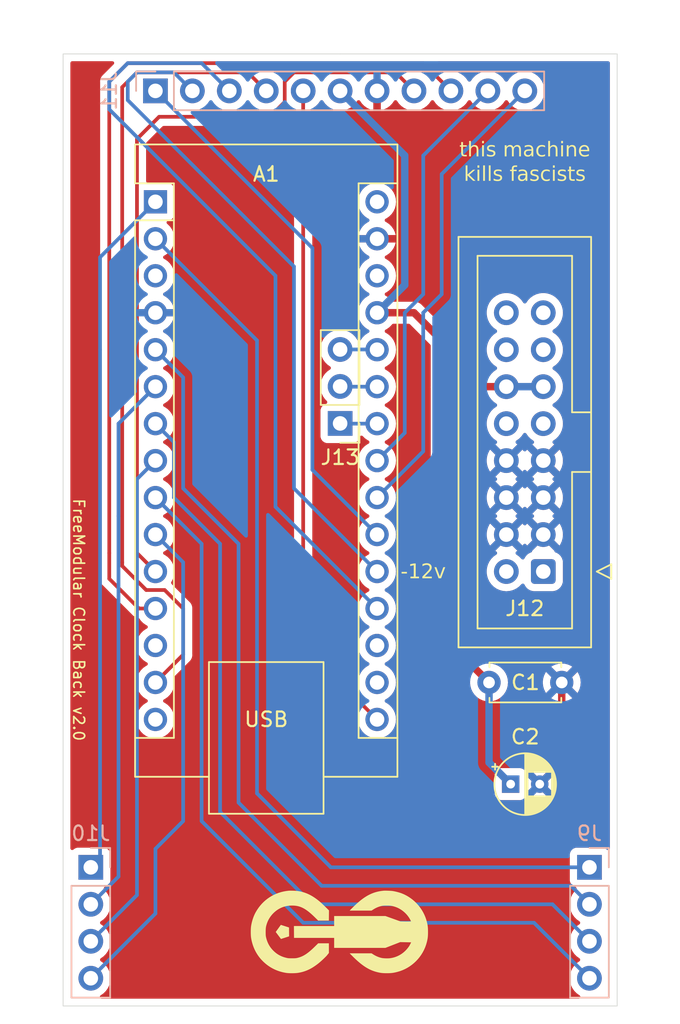
<source format=kicad_pcb>
(kicad_pcb (version 20221018) (generator pcbnew)
  (title_block (title "Clock Back") (date "2023-11-15") (rev "v2.0") (company "Free Modular"))
  (layers (0 "F.Cu" signal) (31 "B.Cu" signal) (34 "B.Paste" user) (35 "F.Paste" user) (36 "B.SilkS" user "B.Silkscreen") (37 "F.SilkS" user "F.Silkscreen") (38 "B.Mask" user) (39 "F.Mask" user) (44 "Edge.Cuts" user))
  (net 0 "")
  (net 2 "GND")
  (net 3 "ENCODER_A")
  (net 4 "ENCODER_B")
  (net 6 "SPI_SDA")
  (net 8 "SPI_SCK")
  (net 11 "RESET")
  (net 12 "SPI_DC")
  (net 13 "SPI_CS")
  (net 14 "PAUSE_BTN")
  (net 15 "ENCODER_SWITCH")
  (net 16 "+5V")
  (net 19 "OUT_2")
  (net 20 "OUT_1")
  (net 21 "OUT_3")
  (net 22 "OUT_4")
  (net 23 "OUT_5")
  (net 24 "OUT_6")
  (net 25 "OUT_7")
  (net 26 "OUT_8")
  (net 33 "Net-(A1-A5)")
  (net 34 "Net-(A1-A6)")
  (net 35 "Net-(A1-A7)")
  (footprint "Connector_IDC:IDC-Header_2x08_P2.54mm_Vertical" (layer "F.Cu") (at 58.42 97.79 180)
    (fp_text reference "J12" (at 1.27 -2.54) (layer "F.SilkS"))
    (fp_text value "Eurorack_2x8_Power")
    (fp_line (start -4.68 -0.5) (end -4.68 0.5) (stroke (width 0.12)) (layer "F.SilkS"))
    (fp_line (start -4.68 0.5) (end -3.68 0) (stroke (width 0.12)) (layer "F.SilkS"))
    (fp_line (start -3.68 0) (end -4.68 -0.5) (stroke (width 0.12)) (layer "F.SilkS"))
    (fp_line (start -3.29 -5.21) (end 5.83 -5.21) (stroke (width 0.12)) (layer "F.SilkS"))
    (fp_line (start -3.29 6.84) (end -1.98 6.84) (stroke (width 0.12)) (layer "F.SilkS"))
    (fp_line (start -3.29 22.99) (end -3.29 -5.21) (stroke (width 0.12)) (layer "F.SilkS"))
    (fp_line (start -1.98 -3.91) (end 4.52 -3.91) (stroke (width 0.12)) (layer "F.SilkS"))
    (fp_line (start -1.98 6.84) (end -1.98 -3.91) (stroke (width 0.12)) (layer "F.SilkS"))
    (fp_line (start -1.98 10.94) (end -3.29 10.94) (stroke (width 0.12)) (layer "F.SilkS"))
    (fp_line (start -1.98 10.94) (end -1.98 10.94) (stroke (width 0.12)) (layer "F.SilkS"))
    (fp_line (start -1.98 21.69) (end -1.98 10.94) (stroke (width 0.12)) (layer "F.SilkS"))
    (fp_line (start 4.52 -3.91) (end 4.52 21.69) (stroke (width 0.12)) (layer "F.SilkS"))
    (fp_line (start 4.52 21.69) (end -1.98 21.69) (stroke (width 0.12)) (layer "F.SilkS"))
    (fp_line (start 5.83 -5.21) (end 5.83 22.99) (stroke (width 0.12)) (layer "F.SilkS"))
    (fp_line (start 5.83 22.99) (end -3.29 22.99) (stroke (width 0.12)) (layer "F.SilkS"))
    (pad "1" thru_hole roundrect (at 0 0 180) (size 1.7 1.7) (drill 1) (layers "*.Cu" "*.Mask") (roundrect_rratio 0.147059))
    (pad "2" thru_hole circle (at 2.54 0 180) (size 1.7 1.7) (drill 1) (layers "*.Cu" "*.Mask"))
    (pad "3" thru_hole circle (at 0 2.54 180) (size 1.7 1.7) (drill 1) (layers "*.Cu" "*.Mask") (net 2 "GND"))
    (pad "4" thru_hole circle (at 2.54 2.54 180) (size 1.7 1.7) (drill 1) (layers "*.Cu" "*.Mask") (net 2 "GND"))
    (pad "5" thru_hole circle (at 0 5.08 180) (size 1.7 1.7) (drill 1) (layers "*.Cu" "*.Mask") (net 2 "GND"))
    (pad "6" thru_hole circle (at 2.54 5.08 180) (size 1.7 1.7) (drill 1) (layers "*.Cu" "*.Mask") (net 2 "GND"))
    (pad "7" thru_hole circle (at 0 7.62 180) (size 1.7 1.7) (drill 1) (layers "*.Cu" "*.Mask") (net 2 "GND"))
    (pad "8" thru_hole circle (at 2.54 7.62 180) (size 1.7 1.7) (drill 1) (layers "*.Cu" "*.Mask") (net 2 "GND"))
    (pad "9" thru_hole circle (at 0 10.16 180) (size 1.7 1.7) (drill 1) (layers "*.Cu" "*.Mask"))
    (pad "10" thru_hole circle (at 2.54 10.16 180) (size 1.7 1.7) (drill 1) (layers "*.Cu" "*.Mask"))
    (pad "11" thru_hole circle (at 0 12.7 180) (size 1.7 1.7) (drill 1) (layers "*.Cu" "*.Mask") (net 16 "+5V"))
    (pad "12" thru_hole circle (at 2.54 12.7 180) (size 1.7 1.7) (drill 1) (layers "*.Cu" "*.Mask") (net 16 "+5V"))
    (pad "13" thru_hole circle (at 0 15.24 180) (size 1.7 1.7) (drill 1) (layers "*.Cu" "*.Mask"))
    (pad "14" thru_hole circle (at 2.54 15.24 180) (size 1.7 1.7) (drill 1) (layers "*.Cu" "*.Mask"))
    (pad "15" thru_hole circle (at 0 17.78 180) (size 1.7 1.7) (drill 1) (layers "*.Cu" "*.Mask"))
    (pad "16" thru_hole circle (at 2.54 17.78 180) (size 1.7 1.7) (drill 1) (layers "*.Cu" "*.Mask"))
  )
  (footprint "Capacitor_THT:CP_Radial_D4.0mm_P2.00mm" (layer "F.Cu") (at 56.177401 112.395)
    (fp_text reference "C2" (at 1 -3.25) (layer "F.SilkS"))
    (fp_text value "10uF")
    (fp_line (start -1.269801 -1.195) (end -0.869801 -1.195) (stroke (width 0.12)) (layer "F.SilkS"))
    (fp_line (start -1.069801 -1.395) (end -1.069801 -0.995) (stroke (width 0.12)) (layer "F.SilkS"))
    (fp_line (start 1 -2.08) (end 1 2.08) (stroke (width 0.12)) (layer "F.SilkS"))
    (fp_line (start 1.04 -2.08) (end 1.04 2.08) (stroke (width 0.12)) (layer "F.SilkS"))
    (fp_line (start 1.08 -2.079) (end 1.08 2.079) (stroke (width 0.12)) (layer "F.SilkS"))
    (fp_line (start 1.12 -2.077) (end 1.12 2.077) (stroke (width 0.12)) (layer "F.SilkS"))
    (fp_line (start 1.16 -2.074) (end 1.16 2.074) (stroke (width 0.12)) (layer "F.SilkS"))
    (fp_line (start 1.2 -2.071) (end 1.2 -0.84) (stroke (width 0.12)) (layer "F.SilkS"))
    (fp_line (start 1.2 0.84) (end 1.2 2.071) (stroke (width 0.12)) (layer "F.SilkS"))
    (fp_line (start 1.24 -2.067) (end 1.24 -0.84) (stroke (width 0.12)) (layer "F.SilkS"))
    (fp_line (start 1.24 0.84) (end 1.24 2.067) (stroke (width 0.12)) (layer "F.SilkS"))
    (fp_line (start 1.28 -2.062) (end 1.28 -0.84) (stroke (width 0.12)) (layer "F.SilkS"))
    (fp_line (start 1.28 0.84) (end 1.28 2.062) (stroke (width 0.12)) (layer "F.SilkS"))
    (fp_line (start 1.32 -2.056) (end 1.32 -0.84) (stroke (width 0.12)) (layer "F.SilkS"))
    (fp_line (start 1.32 0.84) (end 1.32 2.056) (stroke (width 0.12)) (layer "F.SilkS"))
    (fp_line (start 1.36 -2.05) (end 1.36 -0.84) (stroke (width 0.12)) (layer "F.SilkS"))
    (fp_line (start 1.36 0.84) (end 1.36 2.05) (stroke (width 0.12)) (layer "F.SilkS"))
    (fp_line (start 1.4 -2.042) (end 1.4 -0.84) (stroke (width 0.12)) (layer "F.SilkS"))
    (fp_line (start 1.4 0.84) (end 1.4 2.042) (stroke (width 0.12)) (layer "F.SilkS"))
    (fp_line (start 1.44 -2.034) (end 1.44 -0.84) (stroke (width 0.12)) (layer "F.SilkS"))
    (fp_line (start 1.44 0.84) (end 1.44 2.034) (stroke (width 0.12)) (layer "F.SilkS"))
    (fp_line (start 1.48 -2.025) (end 1.48 -0.84) (stroke (width 0.12)) (layer "F.SilkS"))
    (fp_line (start 1.48 0.84) (end 1.48 2.025) (stroke (width 0.12)) (layer "F.SilkS"))
    (fp_line (start 1.52 -2.016) (end 1.52 -0.84) (stroke (width 0.12)) (layer "F.SilkS"))
    (fp_line (start 1.52 0.84) (end 1.52 2.016) (stroke (width 0.12)) (layer "F.SilkS"))
    (fp_line (start 1.56 -2.005) (end 1.56 -0.84) (stroke (width 0.12)) (layer "F.SilkS"))
    (fp_line (start 1.56 0.84) (end 1.56 2.005) (stroke (width 0.12)) (layer "F.SilkS"))
    (fp_line (start 1.6 -1.994) (end 1.6 -0.84) (stroke (width 0.12)) (layer "F.SilkS"))
    (fp_line (start 1.6 0.84) (end 1.6 1.994) (stroke (width 0.12)) (layer "F.SilkS"))
    (fp_line (start 1.64 -1.982) (end 1.64 -0.84) (stroke (width 0.12)) (layer "F.SilkS"))
    (fp_line (start 1.64 0.84) (end 1.64 1.982) (stroke (width 0.12)) (layer "F.SilkS"))
    (fp_line (start 1.68 -1.968) (end 1.68 -0.84) (stroke (width 0.12)) (layer "F.SilkS"))
    (fp_line (start 1.68 0.84) (end 1.68 1.968) (stroke (width 0.12)) (layer "F.SilkS"))
    (fp_line (start 1.721 -1.954) (end 1.721 -0.84) (stroke (width 0.12)) (layer "F.SilkS"))
    (fp_line (start 1.721 0.84) (end 1.721 1.954) (stroke (width 0.12)) (layer "F.SilkS"))
    (fp_line (start 1.761 -1.94) (end 1.761 -0.84) (stroke (width 0.12)) (layer "F.SilkS"))
    (fp_line (start 1.761 0.84) (end 1.761 1.94) (stroke (width 0.12)) (layer "F.SilkS"))
    (fp_line (start 1.801 -1.924) (end 1.801 -0.84) (stroke (width 0.12)) (layer "F.SilkS"))
    (fp_line (start 1.801 0.84) (end 1.801 1.924) (stroke (width 0.12)) (layer "F.SilkS"))
    (fp_line (start 1.841 -1.907) (end 1.841 -0.84) (stroke (width 0.12)) (layer "F.SilkS"))
    (fp_line (start 1.841 0.84) (end 1.841 1.907) (stroke (width 0.12)) (layer "F.SilkS"))
    (fp_line (start 1.881 -1.889) (end 1.881 -0.84) (stroke (width 0.12)) (layer "F.SilkS"))
    (fp_line (start 1.881 0.84) (end 1.881 1.889) (stroke (width 0.12)) (layer "F.SilkS"))
    (fp_line (start 1.921 -1.87) (end 1.921 -0.84) (stroke (width 0.12)) (layer "F.SilkS"))
    (fp_line (start 1.921 0.84) (end 1.921 1.87) (stroke (width 0.12)) (layer "F.SilkS"))
    (fp_line (start 1.961 -1.851) (end 1.961 -0.84) (stroke (width 0.12)) (layer "F.SilkS"))
    (fp_line (start 1.961 0.84) (end 1.961 1.851) (stroke (width 0.12)) (layer "F.SilkS"))
    (fp_line (start 2.001 -1.83) (end 2.001 -0.84) (stroke (width 0.12)) (layer "F.SilkS"))
    (fp_line (start 2.001 0.84) (end 2.001 1.83) (stroke (width 0.12)) (layer "F.SilkS"))
    (fp_line (start 2.041 -1.808) (end 2.041 -0.84) (stroke (width 0.12)) (layer "F.SilkS"))
    (fp_line (start 2.041 0.84) (end 2.041 1.808) (stroke (width 0.12)) (layer "F.SilkS"))
    (fp_line (start 2.081 -1.785) (end 2.081 -0.84) (stroke (width 0.12)) (layer "F.SilkS"))
    (fp_line (start 2.081 0.84) (end 2.081 1.785) (stroke (width 0.12)) (layer "F.SilkS"))
    (fp_line (start 2.121 -1.76) (end 2.121 -0.84) (stroke (width 0.12)) (layer "F.SilkS"))
    (fp_line (start 2.121 0.84) (end 2.121 1.76) (stroke (width 0.12)) (layer "F.SilkS"))
    (fp_line (start 2.161 -1.735) (end 2.161 -0.84) (stroke (width 0.12)) (layer "F.SilkS"))
    (fp_line (start 2.161 0.84) (end 2.161 1.735) (stroke (width 0.12)) (layer "F.SilkS"))
    (fp_line (start 2.201 -1.708) (end 2.201 -0.84) (stroke (width 0.12)) (layer "F.SilkS"))
    (fp_line (start 2.201 0.84) (end 2.201 1.708) (stroke (width 0.12)) (layer "F.SilkS"))
    (fp_line (start 2.241 -1.68) (end 2.241 -0.84) (stroke (width 0.12)) (layer "F.SilkS"))
    (fp_line (start 2.241 0.84) (end 2.241 1.68) (stroke (width 0.12)) (layer "F.SilkS"))
    (fp_line (start 2.281 -1.65) (end 2.281 -0.84) (stroke (width 0.12)) (layer "F.SilkS"))
    (fp_line (start 2.281 0.84) (end 2.281 1.65) (stroke (width 0.12)) (layer "F.SilkS"))
    (fp_line (start 2.321 -1.619) (end 2.321 -0.84) (stroke (width 0.12)) (layer "F.SilkS"))
    (fp_line (start 2.321 0.84) (end 2.321 1.619) (stroke (width 0.12)) (layer "F.SilkS"))
    (fp_line (start 2.361 -1.587) (end 2.361 -0.84) (stroke (width 0.12)) (layer "F.SilkS"))
    (fp_line (start 2.361 0.84) (end 2.361 1.587) (stroke (width 0.12)) (layer "F.SilkS"))
    (fp_line (start 2.401 -1.552) (end 2.401 -0.84) (stroke (width 0.12)) (layer "F.SilkS"))
    (fp_line (start 2.401 0.84) (end 2.401 1.552) (stroke (width 0.12)) (layer "F.SilkS"))
    (fp_line (start 2.441 -1.516) (end 2.441 -0.84) (stroke (width 0.12)) (layer "F.SilkS"))
    (fp_line (start 2.441 0.84) (end 2.441 1.516) (stroke (width 0.12)) (layer "F.SilkS"))
    (fp_line (start 2.481 -1.478) (end 2.481 -0.84) (stroke (width 0.12)) (layer "F.SilkS"))
    (fp_line (start 2.481 0.84) (end 2.481 1.478) (stroke (width 0.12)) (layer "F.SilkS"))
    (fp_line (start 2.521 -1.438) (end 2.521 -0.84) (stroke (width 0.12)) (layer "F.SilkS"))
    (fp_line (start 2.521 0.84) (end 2.521 1.438) (stroke (width 0.12)) (layer "F.SilkS"))
    (fp_line (start 2.561 -1.396) (end 2.561 -0.84) (stroke (width 0.12)) (layer "F.SilkS"))
    (fp_line (start 2.561 0.84) (end 2.561 1.396) (stroke (width 0.12)) (layer "F.SilkS"))
    (fp_line (start 2.601 -1.351) (end 2.601 -0.84) (stroke (width 0.12)) (layer "F.SilkS"))
    (fp_line (start 2.601 0.84) (end 2.601 1.351) (stroke (width 0.12)) (layer "F.SilkS"))
    (fp_line (start 2.641 -1.304) (end 2.641 -0.84) (stroke (width 0.12)) (layer "F.SilkS"))
    (fp_line (start 2.641 0.84) (end 2.641 1.304) (stroke (width 0.12)) (layer "F.SilkS"))
    (fp_line (start 2.681 -1.254) (end 2.681 -0.84) (stroke (width 0.12)) (layer "F.SilkS"))
    (fp_line (start 2.681 0.84) (end 2.681 1.254) (stroke (width 0.12)) (layer "F.SilkS"))
    (fp_line (start 2.721 -1.2) (end 2.721 -0.84) (stroke (width 0.12)) (layer "F.SilkS"))
    (fp_line (start 2.721 0.84) (end 2.721 1.2) (stroke (width 0.12)) (layer "F.SilkS"))
    (fp_line (start 2.761 -1.142) (end 2.761 -0.84) (stroke (width 0.12)) (layer "F.SilkS"))
    (fp_line (start 2.761 0.84) (end 2.761 1.142) (stroke (width 0.12)) (layer "F.SilkS"))
    (fp_line (start 2.801 -1.08) (end 2.801 -0.84) (stroke (width 0.12)) (layer "F.SilkS"))
    (fp_line (start 2.801 0.84) (end 2.801 1.08) (stroke (width 0.12)) (layer "F.SilkS"))
    (fp_line (start 2.841 -1.013) (end 2.841 1.013) (stroke (width 0.12)) (layer "F.SilkS"))
    (fp_line (start 2.881 -0.94) (end 2.881 0.94) (stroke (width 0.12)) (layer "F.SilkS"))
    (fp_line (start 2.921 -0.859) (end 2.921 0.859) (stroke (width 0.12)) (layer "F.SilkS"))
    (fp_line (start 2.961 -0.768) (end 2.961 0.768) (stroke (width 0.12)) (layer "F.SilkS"))
    (fp_line (start 3.001 -0.664) (end 3.001 0.664) (stroke (width 0.12)) (layer "F.SilkS"))
    (fp_line (start 3.041 -0.537) (end 3.041 0.537) (stroke (width 0.12)) (layer "F.SilkS"))
    (fp_line (start 3.081 -0.37) (end 3.081 0.37) (stroke (width 0.12)) (layer "F.SilkS"))
    (fp_circle (center 1 0) (end 3.12 0) (stroke (width 0.12)) (fill none) (layer "F.SilkS"))
    (pad "1" thru_hole rect (at 0 0) (size 1.2 1.2) (drill 0.6) (layers "*.Cu" "*.Mask") (net 16 "+5V"))
    (pad "2" thru_hole circle (at 2 0) (size 1.2 1.2) (drill 0.6) (layers "*.Cu" "*.Mask") (net 2 "GND"))
  )
  (footprint "Module:Arduino_Nano" (layer "F.Cu") (at 31.75 72.39)
    (fp_text reference "A1" (at 7.62 -1.905) (layer "F.SilkS"))
    (fp_text value "Arduino_Nano_v3.x")
    (fp_text user "USB" (at 7.62 35.56 unlocked) (layer "F.SilkS"))
    (fp_line (start -1.4 -3.94) (end -1.4 -1.27) (stroke (width 0.12)) (layer "F.SilkS"))
    (fp_line (start -1.4 1.27) (end -1.4 39.5) (stroke (width 0.12)) (layer "F.SilkS"))
    (fp_line (start -1.4 39.5) (end 3.68 39.5) (stroke (width 0.12)) (layer "F.SilkS"))
    (fp_line (start 1.27 -1.27) (end -1.4 -1.27) (stroke (width 0.12)) (layer "F.SilkS"))
    (fp_line (start 1.27 1.27) (end -1.4 1.27) (stroke (width 0.12)) (layer "F.SilkS"))
    (fp_line (start 1.27 1.27) (end 1.27 -1.27) (stroke (width 0.12)) (layer "F.SilkS"))
    (fp_line (start 1.27 1.27) (end 1.27 36.83) (stroke (width 0.12)) (layer "F.SilkS"))
    (fp_line (start 1.27 36.83) (end -1.4 36.83) (stroke (width 0.12)) (layer "F.SilkS"))
    (fp_line (start 3.68 31.62) (end 11.56 31.62) (stroke (width 0.12)) (layer "F.SilkS"))
    (fp_line (start 3.68 42.04) (end 3.68 31.62) (stroke (width 0.12)) (layer "F.SilkS"))
    (fp_line (start 11.56 31.62) (end 11.56 42.04) (stroke (width 0.12)) (layer "F.SilkS"))
    (fp_line (start 11.56 42.04) (end 3.68 42.04) (stroke (width 0.12)) (layer "F.SilkS"))
    (fp_line (start 13.97 -1.27) (end 13.97 36.83) (stroke (width 0.12)) (layer "F.SilkS"))
    (fp_line (start 13.97 -1.27) (end 16.64 -1.27) (stroke (width 0.12)) (layer "F.SilkS"))
    (fp_line (start 13.97 36.83) (end 16.64 36.83) (stroke (width 0.12)) (layer "F.SilkS"))
    (fp_line (start 16.64 -3.94) (end -1.4 -3.94) (stroke (width 0.12)) (layer "F.SilkS"))
    (fp_line (start 16.64 39.5) (end 11.56 39.5) (stroke (width 0.12)) (layer "F.SilkS"))
    (fp_line (start 16.64 39.5) (end 16.64 -3.94) (stroke (width 0.12)) (layer "F.SilkS"))
    (pad "1" thru_hole rect (at 0 0) (size 1.6 1.6) (drill 1) (layers "*.Cu" "*.Mask") (net 19 "OUT_2"))
    (pad "2" thru_hole oval (at 0 2.54) (size 1.6 1.6) (drill 1) (layers "*.Cu" "*.Mask") (net 20 "OUT_1"))
    (pad "3" thru_hole oval (at 0 5.08) (size 1.6 1.6) (drill 1) (layers "*.Cu" "*.Mask"))
    (pad "4" thru_hole oval (at 0 7.62) (size 1.6 1.6) (drill 1) (layers "*.Cu" "*.Mask") (net 2 "GND"))
    (pad "5" thru_hole oval (at 0 10.16) (size 1.6 1.6) (drill 1) (layers "*.Cu" "*.Mask") (net 21 "OUT_3"))
    (pad "6" thru_hole oval (at 0 12.7) (size 1.6 1.6) (drill 1) (layers "*.Cu" "*.Mask") (net 22 "OUT_4"))
    (pad "7" thru_hole oval (at 0 15.24) (size 1.6 1.6) (drill 1) (layers "*.Cu" "*.Mask") (net 23 "OUT_5"))
    (pad "8" thru_hole oval (at 0 17.78) (size 1.6 1.6) (drill 1) (layers "*.Cu" "*.Mask") (net 24 "OUT_6"))
    (pad "9" thru_hole oval (at 0 20.32) (size 1.6 1.6) (drill 1) (layers "*.Cu" "*.Mask") (net 25 "OUT_7"))
    (pad "10" thru_hole oval (at 0 22.86) (size 1.6 1.6) (drill 1) (layers "*.Cu" "*.Mask") (net 26 "OUT_8"))
    (pad "11" thru_hole oval (at 0 25.4) (size 1.6 1.6) (drill 1) (layers "*.Cu" "*.Mask") (net 3 "ENCODER_A"))
    (pad "12" thru_hole oval (at 0 27.94) (size 1.6 1.6) (drill 1) (layers "*.Cu" "*.Mask") (net 4 "ENCODER_B"))
    (pad "13" thru_hole oval (at 0 30.48) (size 1.6 1.6) (drill 1) (layers "*.Cu" "*.Mask"))
    (pad "14" thru_hole oval (at 0 33.02) (size 1.6 1.6) (drill 1) (layers "*.Cu" "*.Mask") (net 6 "SPI_SDA"))
    (pad "15" thru_hole oval (at 0 35.56) (size 1.6 1.6) (drill 1) (layers "*.Cu" "*.Mask"))
    (pad "16" thru_hole oval (at 15.24 35.56) (size 1.6 1.6) (drill 1) (layers "*.Cu" "*.Mask") (net 8 "SPI_SCK"))
    (pad "17" thru_hole oval (at 15.24 33.02) (size 1.6 1.6) (drill 1) (layers "*.Cu" "*.Mask"))
    (pad "18" thru_hole oval (at 15.24 30.48) (size 1.6 1.6) (drill 1) (layers "*.Cu" "*.Mask"))
    (pad "19" thru_hole oval (at 15.24 27.94) (size 1.6 1.6) (drill 1) (layers "*.Cu" "*.Mask") (net 11 "RESET"))
    (pad "20" thru_hole oval (at 15.24 25.4) (size 1.6 1.6) (drill 1) (layers "*.Cu" "*.Mask") (net 12 "SPI_DC"))
    (pad "21" thru_hole oval (at 15.24 22.86) (size 1.6 1.6) (drill 1) (layers "*.Cu" "*.Mask") (net 13 "SPI_CS"))
    (pad "22" thru_hole oval (at 15.24 20.32) (size 1.6 1.6) (drill 1) (layers "*.Cu" "*.Mask") (net 14 "PAUSE_BTN"))
    (pad "23" thru_hole oval (at 15.24 17.78) (size 1.6 1.6) (drill 1) (layers "*.Cu" "*.Mask") (net 15 "ENCODER_SWITCH"))
    (pad "24" thru_hole oval (at 15.24 15.24) (size 1.6 1.6) (drill 1) (layers "*.Cu" "*.Mask") (net 33 "Net-(A1-A5)"))
    (pad "25" thru_hole oval (at 15.24 12.7) (size 1.6 1.6) (drill 1) (layers "*.Cu" "*.Mask") (net 34 "Net-(A1-A6)"))
    (pad "26" thru_hole oval (at 15.24 10.16) (size 1.6 1.6) (drill 1) (layers "*.Cu" "*.Mask") (net 35 "Net-(A1-A7)"))
    (pad "27" thru_hole oval (at 15.24 7.62) (size 1.6 1.6) (drill 1) (layers "*.Cu" "*.Mask") (net 16 "+5V"))
    (pad "28" thru_hole oval (at 15.24 5.08) (size 1.6 1.6) (drill 1) (layers "*.Cu" "*.Mask"))
    (pad "29" thru_hole oval (at 15.24 2.54) (size 1.6 1.6) (drill 1) (layers "*.Cu" "*.Mask") (net 2 "GND"))
    (pad "30" thru_hole oval (at 15.24 0) (size 1.6 1.6) (drill 1) (layers "*.Cu" "*.Mask"))
  )
  (footprint "FreeModualr:logo_small" (layer "F.Cu") (at 44.859101 122.543878)
    (fp_text reference "G1" hide)
    (fp_text value "logo_small" hide)
    (fp_poly (pts (xy -3.922919 -0.301054) (xy -3.917098 0.307805) (xy -4.477062 0.488251) (xy -4.837954 0.00745) (xy -4.486375 -0.480336)) (fill solid) (layer "F.SilkS"))
    (fp_poly (pts (xy 2.79423 -2.829814) (xy 2.888036 -2.827151) (xy 2.982497 -2.823125) (xy 3.071392 -2.817965) (xy 3.1485 -2.811906) (xy 3.207599 -2.805178) (xy 3.281256 -2.792779) (xy 3.360942 -2.776929) (xy 3.444285 -2.758213) (xy 3.52891 -2.73722) (xy 3.612443 -2.714534) (xy 3.692512 -2.690744) (xy 3.766741 -2.666435) (xy 3.832758 -2.642194) (xy 3.989317 -2.575506) (xy 4.140948 -2.499686) (xy 4.287306 -2.415124) (xy 4.428047 -2.322212) (xy 4.562826 -2.221339) (xy 4.691298 -2.112896) (xy 4.81312 -1.997274) (xy 4.927947 -1.874862) (xy 5.035434 -1.746053) (xy 5.135237 -1.611235) (xy 5.227011 -1.470801) (xy 5.310412 -1.325139) (xy 5.385095 -1.174641) (xy 5.450716 -1.019697) (xy 5.506931 -0.860698) (xy 5.553395 -0.698035) (xy 5.575614 -0.605506) (xy 5.593632 -0.521191) (xy 5.607829 -0.441623) (xy 5.618589 -0.363337) (xy 5.626292 -0.282868) (xy 5.631322 -0.196752) (xy 5.634059 -0.101522) (xy 5.634887 0.006286) (xy 5.634059 0.114095) (xy 5.631322 0.209324) (xy 5.626292 0.295441) (xy 5.622798 0.336164) (xy 5.618589 0.375909) (xy 5.613615 0.415108) (xy 5.607829 0.454195) (xy 5.593632 0.533763) (xy 5.575614 0.618079) (xy 5.553395 0.710607) (xy 5.500179 0.894219) (xy 5.434734 1.072761) (xy 5.357574 1.24572) (xy 5.269211 1.412582) (xy 5.17016 1.572834) (xy 5.060932 1.725963) (xy 4.942043 1.871456) (xy 4.814004 2.008799) (xy 4.67733 2.137479) (xy 4.532533 2.256983) (xy 4.380127 2.366797) (xy 4.220625 2.466408) (xy 4.05454 2.555303) (xy 3.882387 2.632968) (xy 3.704677 2.69889) (xy 3.521925 2.752557) (xy 3.422821 2.776697) (xy 3.333512 2.796158) (xy 3.25037 2.81139) (xy 3.169765 2.822843) (xy 3.088068 2.830967) (xy 3.001652 2.836213) (xy 2.906886 2.83903) (xy 2.800142 2.839869) (xy 2.698084 2.8391) (xy 2.607308 2.836558) (xy 2.5248 2.831888) (xy 2.447545 2.824735) (xy 2.409944 2.820116) (xy 2.372526 2.814744) (xy 2.29673 2.801561) (xy 2.217142 2.78483) (xy 2.130746 2.764198) (xy 2.025124 2.735704) (xy 1.921078 2.702904) (xy 1.818273 2.665585) (xy 1.716376 2.623534) (xy 1.615051 2.576537) (xy 1.513965 2.524382) (xy 1.412784 2.466855) (xy 1.311173 2.403743) (xy 1.208798 2.334833) (xy 1.105325 2.259911) (xy 1.000419 2.178765) (xy 0.893747 2.091182) (xy 0.784973 1.996948) (xy 0.673765 1.89585) (xy 0.559787 1.787675) (xy 0.442705 1.672209) (xy 0.244797 1.473136) (xy 1.751228 1.473136) (xy 1.847854 1.536001) (xy 1.884222 1.558933) (xy 1.920846 1.581006) (xy 1.957709 1.60221) (xy 1.994793 1.622532) (xy 2.032082 1.64196) (xy 2.069559 1.660483) (xy 2.107206 1.678089) (xy 2.145007 1.694765) (xy 2.182944 1.7105) (xy 2.221001 1.725281) (xy 2.25916 1.739097) (xy 2.297404 1.751936) (xy 2.335716 1.763787) (xy 2.37408 1.774636) (xy 2.412477 1.784472) (xy 2.450892 1.793283) (xy 2.475022 1.797904) (xy 2.502979 1.802153) (xy 2.568327 1.809454) (xy 2.642842 1.815036) (xy 2.722433 1.818749) (xy 2.803006 1.820443) (xy 2.880469 1.819967) (xy 2.950728 1.817173) (xy 2.981877 1.814859) (xy 3.009691 1.811909) (xy 3.099493 1.799015) (xy 3.188079 1.781773) (xy 3.275325 1.760253) (xy 3.361106 1.734528) (xy 3.445298 1.70467) (xy 3.527775 1.670749) (xy 3.608415 1.632838) (xy 3.687091 1.591008) (xy 3.76368 1.545331) (xy 3.838058 1.495879) (xy 3.910099 1.442722) (xy 3.979679 1.385933) (xy 4.046674 1.325583) (xy 4.110959 1.261745) (xy 4.17241 1.194488) (xy 4.230903 1.123886) (xy 4.264509 1.080996) (xy 4.292822 1.043577) (xy 4.317097 1.009677) (xy 4.328112 0.993438) (xy 4.338588 0.977347) (xy 4.348682 0.96116) (xy 4.358552 0.944634) (xy 4.378242 0.909588) (xy 4.398915 0.870259) (xy 4.421826 0.824695) (xy 4.475377 0.71992) (xy 3.725654 0.703622) (xy 2.705844 1.100603) (xy -0.820416 1.100603) (xy -0.820416 0.413744) (xy -3.57949 0.413744) (xy -3.586048 -0.401173) (xy -0.820416 -0.401173) (xy -0.820416 -1.088031) (xy 2.705844 -1.088031) (xy 3.737296 -0.71899) (xy 4.112787 -0.711467) (xy 4.197408 -0.710988) (xy 4.282808 -0.711829) (xy 4.371225 -0.71437) (xy 4.464901 -0.71899) (xy 4.464686 -0.72051) (xy 4.464055 -0.722851) (xy 4.461626 -0.729795) (xy 4.457779 -0.739413) (xy 4.452677 -0.751296) (xy 4.446483 -0.765034) (xy 4.439362 -0.780218) (xy 4.431477 -0.796439) (xy 4.422991 -0.813288) (xy 4.379363 -0.893975) (xy 4.33116 -0.972617) (xy 4.278636 -1.048998) (xy 4.222045 -1.122902) (xy 4.16164 -1.194111) (xy 4.097677 -1.262409) (xy 4.030408 -1.327579) (xy 3.960089 -1.389405) (xy 3.886973 -1.447671) (xy 3.811314 -1.502159) (xy 3.733367 -1.552653) (xy 3.653386 -1.598937) (xy 3.571624 -1.640794) (xy 3.488335 -1.678007) (xy 3.403775 -1.71036) (xy 3.318196 -1.737637) (xy 3.249954 -1.756866) (xy 3.189611 -1.77207) (xy 3.161322 -1.778304) (xy 3.133715 -1.783701) (xy 3.106356 -1.788316) (xy 3.078815 -1.792207) (xy 3.050659 -1.795429) (xy 3.021459 -1.798039) (xy 2.958196 -1.801648) (xy 2.885574 -1.803482) (xy 2.800142 -1.803994) (xy 2.735308 -1.803762) (xy 2.679614 -1.803012) (xy 2.631724 -1.801661) (xy 2.590301 -1.799628) (xy 2.554007 -1.796832) (xy 2.537366 -1.795121) (xy 2.521506 -1.793189) (xy 2.50626 -1.791025) (xy 2.491461 -1.788619) (xy 2.462534 -1.783039) (xy 2.421944 -1.77387) (xy 2.381793 -1.763819) (xy 2.342058 -1.752878) (xy 2.302716 -1.741038) (xy 2.263742 -1.728291) (xy 2.225112 -1.714628) (xy 2.186803 -1.700041) (xy 2.148791 -1.684521) (xy 2.111052 -1.66806) (xy 2.073561 -1.650649) (xy 2.036296 -1.63228) (xy 1.999232 -1.612943) (xy 1.962345 -1.592631) (xy 1.925612 -1.571336) (xy 1.889009 -1.549047) (xy 1.852511 -1.525758) (xy 1.751228 -1.460565) (xy 0.244797 -1.460565) (xy 0.442705 -1.659637) (xy 0.58609 -1.800509) (xy 0.725445 -1.93084) (xy 0.861352 -2.05095) (xy 0.994392 -2.161157) (xy 1.125148 -2.26178) (xy 1.254199 -2.353138) (xy 1.382129 -2.435549) (xy 1.509518 -2.509334) (xy 1.636948 -2.57481) (xy 1.765 -2.632297) (xy 1.894256 -2.682113) (xy 2.025298 -2.724577) (xy 2.158707 -2.760009) (xy 2.295064 -2.788727) (xy 2.434951 -2.81105) (xy 2.57895 -2.827297) (xy 2.633466 -2.830119) (xy 2.707299 -2.83088)) (fill solid) (layer "F.SilkS"))
    (fp_poly (pts (xy -3.724897 -2.828995) (xy -3.629549 -2.826278) (xy -3.533765 -2.822306) (xy -3.444338 -2.817311) (xy -3.368062 -2.811524) (xy -3.311732 -2.805178) (xy -3.209447 -2.787957) (xy -3.108949 -2.767222) (xy -3.010033 -2.742868) (xy -2.912496 -2.714791) (xy -2.816131 -2.682888) (xy -2.720736 -2.647053) (xy -2.626104 -2.607184) (xy -2.532032 -2.563177) (xy -2.438314 -2.514926) (xy -2.344746 -2.462328) (xy -2.251124 -2.40528) (xy -2.157243 -2.343676) (xy -2.062898 -2.277414) (xy -1.967884 -2.206389) (xy -1.871997 -2.130497) (xy -1.775032 -2.049633) (xy -1.745535 -2.023615) (xy -1.708657 -1.990133) (xy -1.618597 -1.906295) (xy -1.516533 -1.809142) (xy -1.414141 -1.709697) (xy -1.175486 -1.473371) (xy -1.178979 -1.12412) (xy -1.182471 -0.773706) (xy -1.918225 -0.773706) (xy -2.146401 -0.99839) (xy -2.263891 -1.11165) (xy -2.376251 -1.21503) (xy -2.484137 -1.308853) (xy -2.588202 -1.393443) (xy -2.689103 -1.469125) (xy -2.787493 -1.536222) (xy -2.884028 -1.595058) (xy -2.979362 -1.645958) (xy -3.074151 -1.689246) (xy -3.169049 -1.725244) (xy -3.26471 -1.754279) (xy -3.361791 -1.776672) (xy -3.460945 -1.79275) (xy -3.562828 -1.802834) (xy -3.668094 -1.807251) (xy -3.777398 -1.806322) (xy -3.841317 -1.803402) (xy -3.904299 -1.798567) (xy -3.966364 -1.791811) (xy -4.02753 -1.78313) (xy -4.087817 -1.772519) (xy -4.147242 -1.759972) (xy -4.205824 -1.745484) (xy -4.263583 -1.729051) (xy -4.320537 -1.710667) (xy -4.376705 -1.690326) (xy -4.432106 -1.668025) (xy -4.486758 -1.643757) (xy -4.54068 -1.617518) (xy -4.593891 -1.589303) (xy -4.646409 -1.559106) (xy -4.698254 -1.526922) (xy -4.762002 -1.483589) (xy -4.82395 -1.437497) (xy -4.883992 -1.388783) (xy -4.94202 -1.337581) (xy -4.997926 -1.284026) (xy -5.051603 -1.228252) (xy -5.102945 -1.170394) (xy -5.151842 -1.110587) (xy -5.198189 -1.048965) (xy -5.241876 -0.985664) (xy -5.282798 -0.920818) (xy -5.320846 -0.854561) (xy -5.355914 -0.787029) (xy -5.387893 -0.718356) (xy -5.416676 -0.648677) (xy -5.442156 -0.578126) (xy -5.466581 -0.502114) (xy -5.486067 -0.434097) (xy -5.49412 -0.401969) (xy -5.501133 -0.3705) (xy -5.507171 -0.339242) (xy -5.512297 -0.307748) (xy -5.516578 -0.275573) (xy -5.520078 -0.242268) (xy -5.522862 -0.207388) (xy -5.524994 -0.170486) (xy -5.527563 -0.088826) (xy -5.528305 0.006286) (xy -5.528111 0.079767) (xy -5.527413 0.140329) (xy -5.526033 0.19044) (xy -5.525032 0.212349) (xy -5.523793 0.232571) (xy -5.522296 0.251415) (xy -5.520517 0.26919) (xy -5.518434 0.286204) (xy -5.516026 0.302766) (xy -5.51327 0.319186) (xy -5.510144 0.33577) (xy -5.502693 0.37067) (xy -5.486223 0.439285) (xy -5.467795 0.506327) (xy -5.447389 0.571835) (xy -5.424985 0.635846) (xy -5.400561 0.698396) (xy -5.374098 0.759525) (xy -5.345575 0.819269) (xy -5.314971 0.877665) (xy -5.282266 0.934752) (xy -5.24744 0.990567) (xy -5.210472 1.045147) (xy -5.171342 1.098529) (xy -5.130029 1.150753) (xy -5.086512 1.201854) (xy -5.040772 1.25187) (xy -4.992788 1.30084) (xy -4.944955 1.346387) (xy -4.896567 1.389639) (xy -4.84753 1.430647) (xy -4.797754 1.469462) (xy -4.747145 1.506135) (xy -4.695612 1.540717) (xy -4.643062 1.57326) (xy -4.589404 1.603814) (xy -4.534546 1.632431) (xy -4.478395 1.659162) (xy -4.420859 1.684058) (xy -4.361846 1.70717) (xy -4.301265 1.72855) (xy -4.239022 1.748248) (xy -4.175027 1.766316) (xy -4.109186 1.782805) (xy -4.064841 1.792896) (xy -4.026403 1.800668) (xy -3.990393 1.80642) (xy -3.953333 1.810454) (xy -3.911744 1.813069) (xy -3.862146 1.814565) (xy -3.801061 1.815243) (xy -3.725011 1.815402) (xy -3.657635 1.815554) (xy -3.600299 1.815092) (xy -3.551477 1.813948) (xy -3.50964 1.812054) (xy -3.490863 1.810805) (xy -3.47326 1.809342) (xy -3.456639 1.807657) (xy -3.440809 1.805742) (xy -3.425579 1.803589) (xy -3.410759 1.801188) (xy -3.381582 1.795611) (xy -3.305116 1.777628) (xy -3.230431 1.756691) (xy -3.157124 1.732544) (xy -3.084792 1.704933) (xy -3.013033 1.673605) (xy -2.941445 1.638305) (xy -2.869625 1.598779) (xy -2.79717 1.554774) (xy -2.723679 1.506034) (xy -2.648748 1.452306) (xy -2.571976 1.393337) (xy -2.492959 1.328871) (xy -2.411296 1.258654) (xy -2.326583 1.182433) (xy -2.238419 1.099954) (xy -2.146401 1.010962) (xy -1.918225 0.786278) (xy -1.181307 0.786278) (xy -1.179831 1.450807) (xy -1.345455 1.654747) (xy -1.470021 1.778496) (xy -1.584982 1.889053) (xy -1.692522 1.988287) (xy -1.794823 2.078067) (xy -1.894068 2.160261) (xy -1.99244 2.236739) (xy -2.092122 2.30937) (xy -2.195297 2.380023) (xy -2.261912 2.423411) (xy -2.328655 2.464536) (xy -2.395599 2.503428) (xy -2.462818 2.540114) (xy -2.530385 2.574624) (xy -2.598373 2.606988) (xy -2.666856 2.637233) (xy -2.735906 2.665389) (xy -2.805598 2.691486) (xy -2.876004 2.715551) (xy -2.947198 2.737614) (xy -3.019253 2.757704) (xy -3.092243 2.77585) (xy -3.16624 2.792081) (xy -3.241319 2.806426) (xy -3.317553 2.818914) (xy -3.399567 2.828514) (xy -3.497162 2.835467) (xy -3.60507 2.839746) (xy -3.718026 2.841324) (xy -3.830764 2.840174) (xy -3.938017 2.836267) (xy -4.03452 2.829578) (xy -4.077095 2.825181) (xy -4.115007 2.820078) (xy -4.238752 2.798553) (xy -4.36025 2.772411) (xy -4.479463 2.741671) (xy -4.596353 2.706353) (xy -4.710883 2.666479) (xy -4.823015 2.622069) (xy -4.932712 2.573144) (xy -5.039937 2.519723) (xy -5.144651 2.461827) (xy -5.246817 2.399477) (xy -5.346398 2.332693) (xy -5.443357 2.261496) (xy -5.537655 2.185906) (xy -5.629255 2.105943) (xy -5.71812 2.021628) (xy -5.804212 1.932982) (xy -5.875643 1.853439) (xy -5.943678 1.771561) (xy -6.008306 1.687388) (xy -6.069515 1.600958) (xy -6.127292 1.512312) (xy -6.181627 1.421488) (xy -6.232507 1.328525) (xy -6.27992 1.233464) (xy -6.323853 1.136342) (xy -6.364297 1.037199) (xy -6.401237 0.936075) (xy -6.434663 0.833008) (xy -6.464562 0.728039) (xy -6.490922 0.621205) (xy -6.513732 0.512547) (xy -6.53298 0.402103) (xy -6.542148 0.321962) (xy -6.548696 0.225695) (xy -6.552625 0.118678) (xy -6.553935 0.006286) (xy -6.552625 -0.106106) (xy -6.548696 -0.213123) (xy -6.542148 -0.30939) (xy -6.53298 -0.389531) (xy -6.521838 -0.455725) (xy -6.509381 -0.521541) (xy -6.495631 -0.5869) (xy -6.480611 -0.651723) (xy -6.464342 -0.715933) (xy -6.446848 -0.77945) (xy -6.428149 -0.842196) (xy -6.408269 -0.904093) (xy -6.387229 -0.965062) (xy -6.365051 -1.025025) (xy -6.341759 -1.083904) (xy -6.317373 -1.141619) (xy -6.291916 -1.198093) (xy -6.265411 -1.253247) (xy -6.237878 -1.307003) (xy -6.209342 -1.359282) (xy -6.115703 -1.514833) (xy -6.014392 -1.662682) (xy -5.905676 -1.802655) (xy -5.789824 -1.934581) (xy -5.667102 -2.058287) (xy -5.537779 -2.173601) (xy -5.402123 -2.280351) (xy -5.260401 -2.378365) (xy -5.112881 -2.46747) (xy -4.95983 -2.547494) (xy -4.801517 -2.618266) (xy -4.638209 -2.679611) (xy -4.470173 -2.73136) (xy -4.297679 -2.773338) (xy -4.120992 -2.805375) (xy -3.940382 -2.827297) (xy -3.887107 -2.829737) (xy -3.813015 -2.830226)) (fill solid) (layer "F.SilkS"))
  )
  (footprint "Capacitor_THT:C_Disc_D4.7mm_W2.5mm_P5.00mm" (layer "F.Cu") (at 54.69 105.41)
    (fp_text reference "C1" (at 2.5 0) (layer "F.SilkS"))
    (fp_text value "100nF")
    (fp_line (start 0.03 -1.37) (end 0.03 -1.055) (stroke (width 0.12)) (layer "F.SilkS"))
    (fp_line (start 0.03 -1.37) (end 4.97 -1.37) (stroke (width 0.12)) (layer "F.SilkS"))
    (fp_line (start 0.03 1.055) (end 0.03 1.37) (stroke (width 0.12)) (layer "F.SilkS"))
    (fp_line (start 0.03 1.37) (end 4.97 1.37) (stroke (width 0.12)) (layer "F.SilkS"))
    (fp_line (start 4.97 -1.37) (end 4.97 -1.055) (stroke (width 0.12)) (layer "F.SilkS"))
    (fp_line (start 4.97 1.055) (end 4.97 1.37) (stroke (width 0.12)) (layer "F.SilkS"))
    (pad "1" thru_hole circle (at 0 0) (size 1.6 1.6) (drill 0.8) (layers "*.Cu" "*.Mask") (net 16 "+5V"))
    (pad "2" thru_hole circle (at 5 0) (size 1.6 1.6) (drill 0.8) (layers "*.Cu" "*.Mask") (net 2 "GND"))
  )
  (footprint "Connector_PinHeader_2.54mm:PinHeader_1x03_P2.54mm_Vertical" (layer "F.Cu") (at 44.45 87.615 180)
    (fp_text reference "J13" (at 0 -2.33) (layer "F.SilkS"))
    (fp_text value "Conn_01x03_Socket")
    (fp_line (start -1.33 -1.33) (end 0 -1.33) (stroke (width 0.12)) (layer "F.SilkS"))
    (fp_line (start -1.33 0) (end -1.33 -1.33) (stroke (width 0.12)) (layer "F.SilkS"))
    (fp_line (start -1.33 1.27) (end -1.33 6.41) (stroke (width 0.12)) (layer "F.SilkS"))
    (fp_line (start -1.33 1.27) (end 1.33 1.27) (stroke (width 0.12)) (layer "F.SilkS"))
    (fp_line (start -1.33 6.41) (end 1.33 6.41) (stroke (width 0.12)) (layer "F.SilkS"))
    (fp_line (start 1.33 1.27) (end 1.33 6.41) (stroke (width 0.12)) (layer "F.SilkS"))
    (pad "1" thru_hole rect (at 0 0 180) (size 1.7 1.7) (drill 1) (layers "*.Cu" "*.Mask") (net 33 "Net-(A1-A5)"))
    (pad "2" thru_hole oval (at 0 2.54 180) (size 1.7 1.7) (drill 1) (layers "*.Cu" "*.Mask") (net 34 "Net-(A1-A6)"))
    (pad "3" thru_hole oval (at 0 5.08 180) (size 1.7 1.7) (drill 1) (layers "*.Cu" "*.Mask") (net 35 "Net-(A1-A7)"))
  )
  (footprint "Connector_PinHeader_2.54mm:PinHeader_1x04_P2.54mm_Vertical" (layer "B.Cu") (at 27.305 118.11 180)
    (fp_text reference "J10" (at 0 2.33) (layer "B.SilkS") (effects (justify mirror)))
    (fp_text value "Conn_01x04_Pin")
    (fp_line (start -1.33 -8.95) (end 1.33 -8.95) (stroke (width 0.12)) (layer "B.SilkS"))
    (fp_line (start -1.33 -1.27) (end -1.33 -8.95) (stroke (width 0.12)) (layer "B.SilkS"))
    (fp_line (start -1.33 -1.27) (end 1.33 -1.27) (stroke (width 0.12)) (layer "B.SilkS"))
    (fp_line (start -1.33 0) (end -1.33 1.33) (stroke (width 0.12)) (layer "B.SilkS"))
    (fp_line (start -1.33 1.33) (end 0 1.33) (stroke (width 0.12)) (layer "B.SilkS"))
    (fp_line (start 1.33 -1.27) (end 1.33 -8.95) (stroke (width 0.12)) (layer "B.SilkS"))
    (pad "1" thru_hole rect (at 0 0 180) (size 1.7 1.7) (drill 1) (layers "*.Cu" "*.Mask") (net 19 "OUT_2"))
    (pad "2" thru_hole oval (at 0 -2.54 180) (size 1.7 1.7) (drill 1) (layers "*.Cu" "*.Mask") (net 22 "OUT_4"))
    (pad "3" thru_hole oval (at 0 -5.08 180) (size 1.7 1.7) (drill 1) (layers "*.Cu" "*.Mask") (net 24 "OUT_6"))
    (pad "4" thru_hole oval (at 0 -7.62 180) (size 1.7 1.7) (drill 1) (layers "*.Cu" "*.Mask") (net 26 "OUT_8"))
  )
  (footprint "Connector_PinHeader_2.54mm:PinHeader_1x04_P2.54mm_Vertical" (layer "B.Cu") (at 61.595 118.11 180)
    (fp_text reference "J9" (at 0 2.33) (layer "B.SilkS") (effects (justify mirror)))
    (fp_text value "Conn_01x04_Pin")
    (fp_line (start -1.33 -8.95) (end 1.33 -8.95) (stroke (width 0.12)) (layer "B.SilkS"))
    (fp_line (start -1.33 -1.27) (end -1.33 -8.95) (stroke (width 0.12)) (layer "B.SilkS"))
    (fp_line (start -1.33 -1.27) (end 1.33 -1.27) (stroke (width 0.12)) (layer "B.SilkS"))
    (fp_line (start -1.33 0) (end -1.33 1.33) (stroke (width 0.12)) (layer "B.SilkS"))
    (fp_line (start -1.33 1.33) (end 0 1.33) (stroke (width 0.12)) (layer "B.SilkS"))
    (fp_line (start 1.33 -1.27) (end 1.33 -8.95) (stroke (width 0.12)) (layer "B.SilkS"))
    (pad "1" thru_hole rect (at 0 0 180) (size 1.7 1.7) (drill 1) (layers "*.Cu" "*.Mask") (net 20 "OUT_1"))
    (pad "2" thru_hole oval (at 0 -2.54 180) (size 1.7 1.7) (drill 1) (layers "*.Cu" "*.Mask") (net 21 "OUT_3"))
    (pad "3" thru_hole oval (at 0 -5.08 180) (size 1.7 1.7) (drill 1) (layers "*.Cu" "*.Mask") (net 23 "OUT_5"))
    (pad "4" thru_hole oval (at 0 -7.62 180) (size 1.7 1.7) (drill 1) (layers "*.Cu" "*.Mask") (net 25 "OUT_7"))
  )
  (footprint "Connector_PinHeader_2.54mm:PinHeader_1x11_P2.54mm_Vertical" (layer "B.Cu") (at 31.75 64.77 -90)
    (fp_text reference "J11" (at 0 3.175 90) (layer "B.SilkS") (effects (justify mirror)))
    (fp_text value "Conn_01x11_Pin")
    (fp_line (start -1.33 -26.73) (end 1.33 -26.73) (stroke (width 0.12)) (layer "B.SilkS"))
    (fp_line (start -1.33 -1.27) (end -1.33 -26.73) (stroke (width 0.12)) (layer "B.SilkS"))
    (fp_line (start -1.33 -1.27) (end 1.33 -1.27) (stroke (width 0.12)) (layer "B.SilkS"))
    (fp_line (start -1.33 0) (end -1.33 1.33) (stroke (width 0.12)) (layer "B.SilkS"))
    (fp_line (start -1.33 1.33) (end 0 1.33) (stroke (width 0.12)) (layer "B.SilkS"))
    (fp_line (start 1.33 -1.27) (end 1.33 -26.73) (stroke (width 0.12)) (layer "B.SilkS"))
    (pad "1" thru_hole rect (at 0 0 270) (size 1.7 1.7) (drill 1) (layers "*.Cu" "*.Mask") (net 13 "SPI_CS"))
    (pad "2" thru_hole oval (at 0 -2.54 270) (size 1.7 1.7) (drill 1) (layers "*.Cu" "*.Mask") (net 12 "SPI_DC"))
    (pad "3" thru_hole oval (at 0 -5.08 270) (size 1.7 1.7) (drill 1) (layers "*.Cu" "*.Mask") (net 11 "RESET"))
    (pad "4" thru_hole oval (at 0 -7.62 270) (size 1.7 1.7) (drill 1) (layers "*.Cu" "*.Mask") (net 6 "SPI_SDA"))
    (pad "5" thru_hole oval (at 0 -10.16 270) (size 1.7 1.7) (drill 1) (layers "*.Cu" "*.Mask") (net 8 "SPI_SCK"))
    (pad "6" thru_hole oval (at 0 -12.7 270) (size 1.7 1.7) (drill 1) (layers "*.Cu" "*.Mask") (net 16 "+5V"))
    (pad "7" thru_hole oval (at 0 -15.24 270) (size 1.7 1.7) (drill 1) (layers "*.Cu" "*.Mask") (net 2 "GND"))
    (pad "8" thru_hole oval (at 0 -17.78 270) (size 1.7 1.7) (drill 1) (layers "*.Cu" "*.Mask") (net 3 "ENCODER_A"))
    (pad "9" thru_hole oval (at 0 -20.32 270) (size 1.7 1.7) (drill 1) (layers "*.Cu" "*.Mask") (net 4 "ENCODER_B"))
    (pad "10" thru_hole oval (at 0 -22.86 270) (size 1.7 1.7) (drill 1) (layers "*.Cu" "*.Mask") (net 15 "ENCODER_SWITCH"))
    (pad "11" thru_hole oval (at 0 -25.4 270) (size 1.7 1.7) (drill 1) (layers "*.Cu" "*.Mask") (net 14 "PAUSE_BTN"))
  )
  (gr_line (start 63.5 62.23) (end 44.45 62.23) (stroke (width 0.05)) (layer "Edge.Cuts"))
  (gr_line (start 25.4 127.635) (end 63.5 127.635) (stroke (width 0.05)) (layer "Edge.Cuts"))
  (gr_line (start 25.4 62.23) (end 25.4 127.635) (stroke (width 0.05)) (layer "Edge.Cuts"))
  (gr_line (start 44.45 62.23) (end 25.4 62.23) (stroke (width 0.05)) (layer "Edge.Cuts"))
  (gr_line (start 63.5 62.23) (end 63.5 127.635) (stroke (width 0.05)) (layer "Edge.Cuts"))
  (gr_text "FreeModular Clock Back v2.0" (at 26.035 92.71 270) (layer "F.SilkS") (effects (font (size 0.75 0.75) (thickness 0.1125)) (justify left bottom)))
  (gr_text "-12v" (at 50.165 98.425) (layer "F.SilkS") (effects (font (size 1 1)) (justify bottom)))
  (gr_text "this machine\nkills fascists" (at 57.15 71.12) (layer "F.SilkS") (effects (font (size 1 1)) (justify bottom)))
  (segment (start 60.96 104.14) (end 60.96 92.71) (width 0.508) (layer "F.Cu") (net 2))
  (segment (start 52.07 71.755) (end 51.435 71.12) (width 0.508) (layer "F.Cu") (net 2))
  (segment (start 53.975 76.835) (end 52.07 74.93) (width 0.508) (layer "F.Cu") (net 2))
  (segment (start 58.42 90.17) (end 60.325 88.265) (width 0.508) (layer "F.Cu") (net 2))
  (segment (start 46.99 66.675) (end 51.435 71.12) (width 0.508) (layer "F.Cu") (net 2))
  (segment (start 60.325 78.105) (end 59.055 76.835) (width 0.508) (layer "F.Cu") (net 2))
  (segment (start 58.177401 112.395) (end 59.69 110.882401) (width 0.508) (layer "F.Cu") (net 2))
  (segment (start 59.055 76.835) (end 53.975 76.835) (width 0.508) (layer "F.Cu") (net 2))
  (segment (start 52.07 74.93) (end 52.07 71.755) (width 0.508) (layer "F.Cu") (net 2))
  (segment (start 59.69 105.41) (end 60.96 104.14) (width 0.508) (layer "F.Cu") (net 2))
  (segment (start 46.99 64.77) (end 46.99 66.675) (width 0.508) (layer "F.Cu") (net 2))
  (segment (start 46.99 74.93) (end 52.07 74.93) (width 0.508) (layer "F.Cu") (net 2))
  (segment (start 58.42 90.17) (end 60.96 92.71) (width 0.508) (layer "F.Cu") (net 2))
  (segment (start 59.69 110.882401) (end 59.69 105.41) (width 0.508) (layer "F.Cu") (net 2))
  (segment (start 60.325 88.265) (end 60.325 78.105) (width 0.508) (layer "F.Cu") (net 2))
  (segment (start 30.48 68.072) (end 30.48 95.25) (width 0.254) (layer "F.Cu") (net 3))
  (segment (start 48.26 63.5) (end 41.275 63.5) (width 0.254) (layer "F.Cu") (net 3))
  (segment (start 49.53 64.77) (end 48.26 63.5) (width 0.254) (layer "F.Cu") (net 3))
  (segment (start 40.64 65.532) (end 39.624 66.548) (width 0.254) (layer "F.Cu") (net 3))
  (segment (start 30.48 96.52) (end 30.48 95.25) (width 0.254) (layer "F.Cu") (net 3))
  (segment (start 41.275 63.5) (end 40.64 64.135) (width 0.254) (layer "F.Cu") (net 3))
  (segment (start 39.624 66.548) (end 32.004 66.548) (width 0.254) (layer "F.Cu") (net 3))
  (segment (start 31.75 97.79) (end 30.48 96.52) (width 0.254) (layer "F.Cu") (net 3))
  (segment (start 40.64 64.135) (end 40.64 65.532) (width 0.254) (layer "F.Cu") (net 3))
  (segment (start 32.004 66.548) (end 30.48 68.072) (width 0.254) (layer "F.Cu") (net 3))
  (segment (start 28.575 96.52) (end 28.575 64.135) (width 0.254) (layer "F.Cu") (net 4))
  (segment (start 50.165 62.865) (end 52.07 64.77) (width 0.254) (layer "F.Cu") (net 4))
  (segment (start 30.61863 100.33) (end 28.575 98.28637) (width 0.254) (layer "F.Cu") (net 4))
  (segment (start 28.575 64.135) (end 29.845 62.865) (width 0.254) (layer "F.Cu") (net 4))
  (segment (start 31.75 100.33) (end 30.61863 100.33) (width 0.254) (layer "F.Cu") (net 4))
  (segment (start 29.845 62.865) (end 50.165 62.865) (width 0.254) (layer "F.Cu") (net 4))
  (segment (start 28.575 98.28637) (end 28.575 96.52) (width 0.254) (layer "F.Cu") (net 4))
  (segment (start 31.75 105.41) (end 33.655 103.505) (width 0.254) (layer "F.Cu") (net 6))
  (segment (start 38.1 63.5) (end 30.48 63.5) (width 0.254) (layer "F.Cu") (net 6))
  (segment (start 32.385 99.06) (end 31.115 99.06) (width 0.254) (layer "F.Cu") (net 6))
  (segment (start 39.37 64.77) (end 38.1 63.5) (width 0.254) (layer "F.Cu") (net 6))
  (segment (start 29.464 97.409) (end 29.464 97.155) (width 0.254) (layer "F.Cu") (net 6))
  (segment (start 31.349813 105.41) (end 32.385 105.41) (width 0.254) (layer "F.Cu") (net 6))
  (segment (start 33.655 103.505) (end 33.655 100.33) (width 0.254) (layer "F.Cu") (net 6))
  (segment (start 30.48 63.5) (end 29.464 64.516) (width 0.254) (layer "F.Cu") (net 6))
  (segment (start 31.115 99.06) (end 29.464 97.409) (width 0.254) (layer "F.Cu") (net 6))
  (segment (start 33.655 100.33) (end 32.385 99.06) (width 0.254) (layer "F.Cu") (net 6))
  (segment (start 29.464 64.516) (end 29.464 97.155) (width 0.254) (layer "F.Cu") (net 6))
  (segment (start 46.99 107.95) (end 41.91 102.87) (width 0.254) (layer "F.Cu") (net 8))
  (segment (start 41.91 64.77) (end 41.91 102.87) (width 0.254) (layer "F.Cu") (net 8))
  (segment (start 29.845 62.865) (end 34.925 62.865) (width 0.254) (layer "B.Cu") (net 11))
  (segment (start 28.575 66.04) (end 28.575 64.135) (width 0.254) (layer "B.Cu") (net 11))
  (segment (start 46.99 100.33) (end 40.005 93.345) (width 0.254) (layer "B.Cu") (net 11))
  (segment (start 40.005 93.345) (end 40.005 77.47) (width 0.254) (layer "B.Cu") (net 11))
  (segment (start 34.925 62.865) (end 36.83 64.77) (width 0.254) (layer "B.Cu") (net 11))
  (segment (start 40.005 77.47) (end 28.575 66.04) (width 0.254) (layer "B.Cu") (net 11))
  (segment (start 28.575 64.135) (end 29.845 62.865) (width 0.254) (layer "B.Cu") (net 11))
  (segment (start 29.845 64.135) (end 30.48 63.5) (width 0.254) (layer "B.Cu") (net 12))
  (segment (start 33.02 63.5) (end 34.29 64.77) (width 0.254) (layer "B.Cu") (net 12))
  (segment (start 30.48 63.5) (end 33.02 63.5) (width 0.254) (layer "B.Cu") (net 12))
  (segment (start 41.275 76.835) (end 29.845 65.405) (width 0.254) (layer "B.Cu") (net 12))
  (segment (start 29.845 65.405) (end 29.845 64.135) (width 0.254) (layer "B.Cu") (net 12))
  (segment (start 41.275 92.075) (end 41.275 76.835) (width 0.254) (layer "B.Cu") (net 12))
  (segment (start 46.99 97.79) (end 41.275 92.075) (width 0.254) (layer "B.Cu") (net 12))
  (segment (start 46.99 95.25) (end 42.545 90.805) (width 0.254) (layer "B.Cu") (net 13))
  (segment (start 31.75 64.77) (end 42.545 75.565) (width 0.254) (layer "B.Cu") (net 13))
  (segment (start 42.545 75.565) (end 42.545 90.805) (width 0.254) (layer "B.Cu") (net 13))
  (segment (start 46.99 92.71) (end 50.165 89.535) (width 0.254) (layer "B.Cu") (net 14))
  (segment (start 51.435 78.74) (end 51.435 70.485) (width 0.254) (layer "B.Cu") (net 14))
  (segment (start 51.435 70.485) (end 57.15 64.77) (width 0.254) (layer "B.Cu") (net 14))
  (segment (start 50.165 89.535) (end 50.165 80.01) (width 0.254) (layer "B.Cu") (net 14))
  (segment (start 50.165 80.01) (end 51.435 78.74) (width 0.254) (layer "B.Cu") (net 14))
  (segment (start 50.165 78.74) (end 50.165 69.215) (width 0.254) (layer "B.Cu") (net 15))
  (segment (start 46.99 90.17) (end 48.895 88.265) (width 0.254) (layer "B.Cu") (net 15))
  (segment (start 48.895 88.265) (end 48.895 80.01) (width 0.254) (layer "B.Cu") (net 15))
  (segment (start 48.895 80.01) (end 50.165 78.74) (width 0.254) (layer "B.Cu") (net 15))
  (segment (start 50.165 69.215) (end 54.61 64.77) (width 0.254) (layer "B.Cu") (net 15))
  (segment (start 54.69 105.41) (end 51.435 102.155) (width 0.508) (layer "F.Cu") (net 16))
  (segment (start 55.88 85.09) (end 51.435 85.09) (width 0.508) (layer "F.Cu") (net 16))
  (segment (start 51.435 81.915) (end 49.53 80.01) (width 0.508) (layer "F.Cu") (net 16))
  (segment (start 51.435 102.155) (end 51.435 85.09) (width 0.508) (layer "F.Cu") (net 16))
  (segment (start 51.435 85.09) (end 51.435 81.915) (width 0.508) (layer "F.Cu") (net 16))
  (segment (start 49.53 80.01) (end 46.99 80.01) (width 0.508) (layer "F.Cu") (net 16))
  (segment (start 55.88 85.09) (end 58.42 85.09) (width 0.508) (layer "B.Cu") (net 16))
  (segment (start 54.69 110.907599) (end 56.177401 112.395) (width 0.508) (layer "B.Cu") (net 16))
  (segment (start 48.895 78.105) (end 48.895 69.215) (width 0.508) (layer "B.Cu") (net 16))
  (segment (start 46.99 80.01) (end 48.895 78.105) (width 0.508) (layer "B.Cu") (net 16))
  (segment (start 48.895 69.215) (end 44.45 64.77) (width 0.508) (layer "B.Cu") (net 16))
  (segment (start 54.69 105.41) (end 54.69 110.907599) (width 0.508) (layer "B.Cu") (net 16))
  (segment (start 31.75 72.39) (end 27.94 76.2) (width 0.254) (layer "B.Cu") (net 19))
  (segment (start 27.305 118.11) (end 27.94 117.475) (width 0.254) (layer "B.Cu") (net 19))
  (segment (start 27.94 76.2) (end 27.94 82.55) (width 0.254) (layer "B.Cu") (net 19))
  (segment (start 27.94 117.475) (end 27.94 82.55) (width 0.254) (layer "B.Cu") (net 19))
  (segment (start 38.735 113.03) (end 43.815 118.11) (width 0.254) (layer "B.Cu") (net 20))
  (segment (start 38.735 81.915) (end 38.735 88.265) (width 0.254) (layer "B.Cu") (net 20))
  (segment (start 43.815 118.11) (end 61.595 118.11) (width 0.254) (layer "B.Cu") (net 20))
  (segment (start 38.735 88.265) (end 38.735 113.03) (width 0.254) (layer "B.Cu") (net 20))
  (segment (start 31.75 74.93) (end 38.735 81.915) (width 0.254) (layer "B.Cu") (net 20))
  (segment (start 37.465 113.665) (end 37.465 95.885) (width 0.254) (layer "B.Cu") (net 21))
  (segment (start 33.655 92.075) (end 33.655 84.455) (width 0.254) (layer "B.Cu") (net 21))
  (segment (start 61.595 120.65) (end 60.325 119.38) (width 0.254) (layer "B.Cu") (net 21))
  (segment (start 37.465 95.885) (end 33.655 92.075) (width 0.254) (layer "B.Cu") (net 21))
  (segment (start 60.325 119.38) (end 43.18 119.38) (width 0.254) (layer "B.Cu") (net 21))
  (segment (start 33.655 84.455) (end 31.75 82.55) (width 0.254) (layer "B.Cu") (net 21))
  (segment (start 43.18 119.38) (end 37.465 113.665) (width 0.254) (layer "B.Cu") (net 21))
  (segment (start 31.75 85.09) (end 29.21 87.63) (width 0.254) (layer "B.Cu") (net 22))
  (segment (start 29.21 118.745) (end 29.21 93.98) (width 0.254) (layer "B.Cu") (net 22))
  (segment (start 27.305 120.65) (end 29.21 118.745) (width 0.254) (layer "B.Cu") (net 22))
  (segment (start 29.21 87.63) (end 29.21 93.98) (width 0.254) (layer "B.Cu") (net 22))
  (segment (start 42.545 120.65) (end 36.195 114.3) (width 0.254) (layer "B.Cu") (net 23))
  (segment (start 36.195 114.3) (end 36.195 95.885) (width 0.254) (layer "B.Cu") (net 23))
  (segment (start 61.595 123.19) (end 59.055 120.65) (width 0.254) (layer "B.Cu") (net 23))
  (segment (start 59.055 120.65) (end 42.545 120.65) (width 0.254) (layer "B.Cu") (net 23))
  (segment (start 33.02 92.71) (end 33.02 88.9) (width 0.254) (layer "B.Cu") (net 23))
  (segment (start 33.02 88.9) (end 31.75 87.63) (width 0.254) (layer "B.Cu") (net 23))
  (segment (start 36.195 95.885) (end 33.02 92.71) (width 0.254) (layer "B.Cu") (net 23))
  (segment (start 30.48 120.015) (end 30.48 97.79) (width 0.254) (layer "B.Cu") (net 24))
  (segment (start 31.75 90.17) (end 30.48 91.44) (width 0.254) (layer "B.Cu") (net 24))
  (segment (start 30.48 91.44) (end 30.48 97.79) (width 0.254) (layer "B.Cu") (net 24))
  (segment (start 27.305 123.19) (end 30.48 120.015) (width 0.254) (layer "B.Cu") (net 24))
  (segment (start 34.925 102.235) (end 34.925 114.935) (width 0.254) (layer "B.Cu") (net 25))
  (segment (start 34.925 95.885) (end 34.925 102.235) (width 0.254) (layer "B.Cu") (net 25))
  (segment (start 57.785 121.92) (end 41.91 121.92) (width 0.254) (layer "B.Cu") (net 25))
  (segment (start 61.595 125.73) (end 57.785 121.92) (width 0.254) (layer "B.Cu") (net 25))
  (segment (start 31.75 92.71) (end 34.925 95.885) (width 0.254) (layer "B.Cu") (net 25))
  (segment (start 41.91 121.92) (end 34.925 114.935) (width 0.254) (layer "B.Cu") (net 25))
  (segment (start 31.75 121.285) (end 27.305 125.73) (width 0.254) (layer "B.Cu") (net 26))
  (segment (start 33.655 103.505) (end 33.655 114.935) (width 0.254) (layer "B.Cu") (net 26))
  (segment (start 33.655 97.155) (end 33.655 103.505) (width 0.254) (layer "B.Cu") (net 26))
  (segment (start 31.75 116.84) (end 31.75 121.285) (width 0.254) (layer "B.Cu") (net 26))
  (segment (start 33.655 114.935) (end 31.75 116.84) (width 0.254) (layer "B.Cu") (net 26))
  (segment (start 31.75 95.25) (end 33.655 97.155) (width 0.254) (layer "B.Cu") (net 26))
  (segment (start 46.99 87.63) (end 44.465 87.63) (width 0.254) (layer "B.Cu") (net 33))
  (segment (start 44.465 87.63) (end 44.45 87.615) (width 0.254) (layer "B.Cu") (net 33))
  (segment (start 44.465 85.09) (end 44.45 85.075) (width 0.254) (layer "B.Cu") (net 34))
  (segment (start 46.99 85.09) (end 44.465 85.09) (width 0.254) (layer "B.Cu") (net 34))
  (segment (start 46.975 82.535) (end 46.99 82.55) (width 0.254) (layer "B.Cu") (net 35))
  (segment (start 44.45 82.535) (end 46.975 82.535) (width 0.254) (layer "B.Cu") (net 35))
  (zone (net 2) (net_name "GND") (layers "F&B.Cu") (connect_pads (clearance 0.5)) (min_thickness 0.25) (fill yes (thermal_gap 0.5) (thermal_bridge_width 0.5))
    (polygon (pts (xy 25.4 62.23) (xy 63.5 62.23) (xy 63.5 127.635) (xy 25.4 127.635)))
  )
)
</source>
